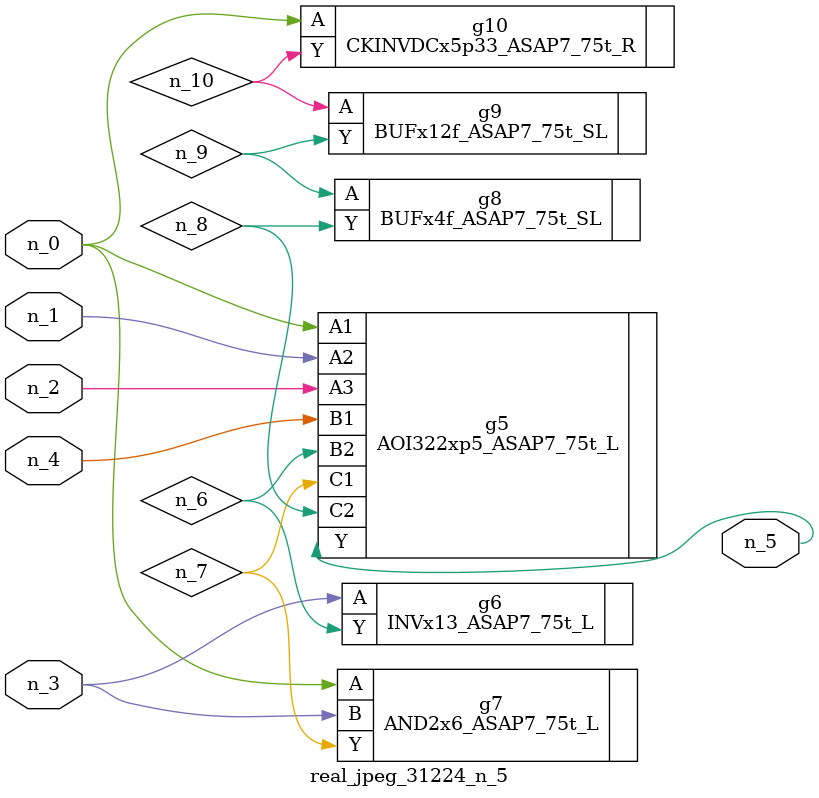
<source format=v>
module real_jpeg_31224_n_5 (n_4, n_0, n_1, n_2, n_3, n_5);

input n_4;
input n_0;
input n_1;
input n_2;
input n_3;

output n_5;

wire n_8;
wire n_6;
wire n_7;
wire n_10;
wire n_9;

AOI322xp5_ASAP7_75t_L g5 ( 
.A1(n_0),
.A2(n_1),
.A3(n_2),
.B1(n_4),
.B2(n_6),
.C1(n_7),
.C2(n_8),
.Y(n_5)
);

AND2x6_ASAP7_75t_L g7 ( 
.A(n_0),
.B(n_3),
.Y(n_7)
);

CKINVDCx5p33_ASAP7_75t_R g10 ( 
.A(n_0),
.Y(n_10)
);

INVx13_ASAP7_75t_L g6 ( 
.A(n_3),
.Y(n_6)
);

BUFx4f_ASAP7_75t_SL g8 ( 
.A(n_9),
.Y(n_8)
);

BUFx12f_ASAP7_75t_SL g9 ( 
.A(n_10),
.Y(n_9)
);


endmodule
</source>
